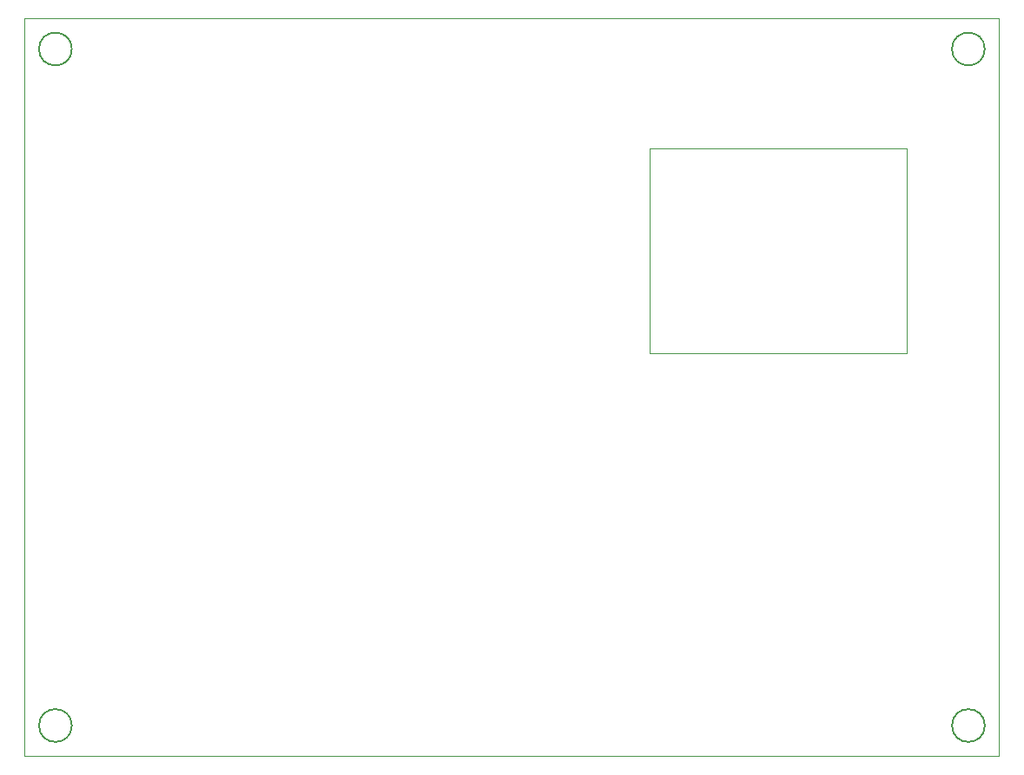
<source format=gbr>
%TF.GenerationSoftware,KiCad,Pcbnew,8.0.5*%
%TF.CreationDate,2025-02-28T15:20:49+09:00*%
%TF.ProjectId,PCB_Sim,5043425f-5369-46d2-9e6b-696361645f70,rev?*%
%TF.SameCoordinates,Original*%
%TF.FileFunction,Profile,NP*%
%FSLAX46Y46*%
G04 Gerber Fmt 4.6, Leading zero omitted, Abs format (unit mm)*
G04 Created by KiCad (PCBNEW 8.0.5) date 2025-02-28 15:20:49*
%MOMM*%
%LPD*%
G01*
G04 APERTURE LIST*
%TA.AperFunction,Profile*%
%ADD10C,0.200000*%
%TD*%
%TA.AperFunction,Profile*%
%ADD11C,0.050000*%
%TD*%
%TA.AperFunction,Profile*%
%ADD12C,0.100000*%
%TD*%
G04 APERTURE END LIST*
D10*
X195200000Y-119800000D02*
G75*
G02*
X192000000Y-119800000I-1600000J0D01*
G01*
X192000000Y-119800000D02*
G75*
G02*
X195200000Y-119800000I1600000J0D01*
G01*
X106200000Y-119800000D02*
G75*
G02*
X103000000Y-119800000I-1600000J0D01*
G01*
X103000000Y-119800000D02*
G75*
G02*
X106200000Y-119800000I1600000J0D01*
G01*
D11*
X101600000Y-50800000D02*
X196600000Y-50800000D01*
X196600000Y-122800000D01*
X101600000Y-122800000D01*
X101600000Y-50800000D01*
D10*
X195200000Y-53800000D02*
G75*
G02*
X192000000Y-53800000I-1600000J0D01*
G01*
X192000000Y-53800000D02*
G75*
G02*
X195200000Y-53800000I1600000J0D01*
G01*
D12*
X162560000Y-63500000D02*
X187560000Y-63500000D01*
X187560000Y-83500000D01*
X162560000Y-83500000D01*
X162560000Y-63500000D01*
D10*
X106200000Y-53800000D02*
G75*
G02*
X103000000Y-53800000I-1600000J0D01*
G01*
X103000000Y-53800000D02*
G75*
G02*
X106200000Y-53800000I1600000J0D01*
G01*
M02*

</source>
